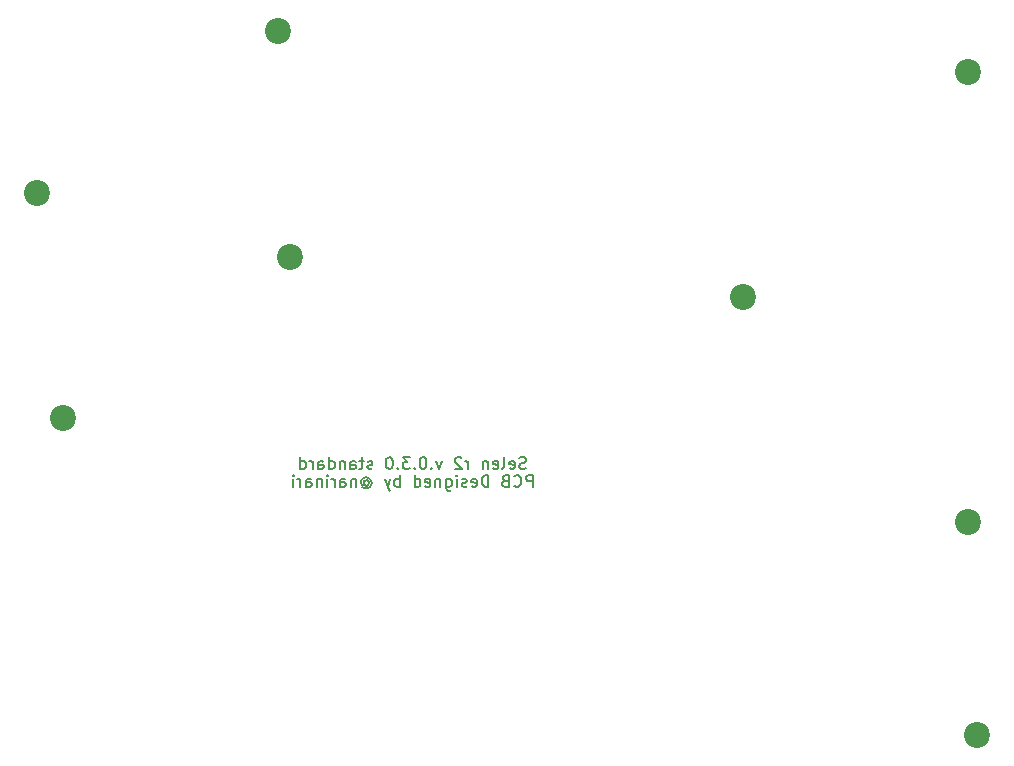
<source format=gbs>
%TF.GenerationSoftware,KiCad,Pcbnew,(6.0.8)*%
%TF.CreationDate,2022-10-28T13:11:56+09:00*%
%TF.ProjectId,selen_plate,73656c65-6e5f-4706-9c61-74652e6b6963,rev?*%
%TF.SameCoordinates,Original*%
%TF.FileFunction,Soldermask,Bot*%
%TF.FilePolarity,Negative*%
%FSLAX46Y46*%
G04 Gerber Fmt 4.6, Leading zero omitted, Abs format (unit mm)*
G04 Created by KiCad (PCBNEW (6.0.8)) date 2022-10-28 13:11:56*
%MOMM*%
%LPD*%
G01*
G04 APERTURE LIST*
%ADD10C,0.150000*%
%ADD11C,2.200000*%
G04 APERTURE END LIST*
D10*
X152357261Y-114252380D02*
X152357261Y-113252380D01*
X151976309Y-113252380D01*
X151881071Y-113300000D01*
X151833452Y-113347619D01*
X151785833Y-113442857D01*
X151785833Y-113585714D01*
X151833452Y-113680952D01*
X151881071Y-113728571D01*
X151976309Y-113776190D01*
X152357261Y-113776190D01*
X150785833Y-114157142D02*
X150833452Y-114204761D01*
X150976309Y-114252380D01*
X151071547Y-114252380D01*
X151214404Y-114204761D01*
X151309642Y-114109523D01*
X151357261Y-114014285D01*
X151404880Y-113823809D01*
X151404880Y-113680952D01*
X151357261Y-113490476D01*
X151309642Y-113395238D01*
X151214404Y-113300000D01*
X151071547Y-113252380D01*
X150976309Y-113252380D01*
X150833452Y-113300000D01*
X150785833Y-113347619D01*
X150023928Y-113728571D02*
X149881071Y-113776190D01*
X149833452Y-113823809D01*
X149785833Y-113919047D01*
X149785833Y-114061904D01*
X149833452Y-114157142D01*
X149881071Y-114204761D01*
X149976309Y-114252380D01*
X150357261Y-114252380D01*
X150357261Y-113252380D01*
X150023928Y-113252380D01*
X149928690Y-113300000D01*
X149881071Y-113347619D01*
X149833452Y-113442857D01*
X149833452Y-113538095D01*
X149881071Y-113633333D01*
X149928690Y-113680952D01*
X150023928Y-113728571D01*
X150357261Y-113728571D01*
X148595357Y-114252380D02*
X148595357Y-113252380D01*
X148357261Y-113252380D01*
X148214404Y-113300000D01*
X148119166Y-113395238D01*
X148071547Y-113490476D01*
X148023928Y-113680952D01*
X148023928Y-113823809D01*
X148071547Y-114014285D01*
X148119166Y-114109523D01*
X148214404Y-114204761D01*
X148357261Y-114252380D01*
X148595357Y-114252380D01*
X147214404Y-114204761D02*
X147309642Y-114252380D01*
X147500118Y-114252380D01*
X147595357Y-114204761D01*
X147642976Y-114109523D01*
X147642976Y-113728571D01*
X147595357Y-113633333D01*
X147500118Y-113585714D01*
X147309642Y-113585714D01*
X147214404Y-113633333D01*
X147166785Y-113728571D01*
X147166785Y-113823809D01*
X147642976Y-113919047D01*
X146785833Y-114204761D02*
X146690595Y-114252380D01*
X146500118Y-114252380D01*
X146404880Y-114204761D01*
X146357261Y-114109523D01*
X146357261Y-114061904D01*
X146404880Y-113966666D01*
X146500118Y-113919047D01*
X146642976Y-113919047D01*
X146738214Y-113871428D01*
X146785833Y-113776190D01*
X146785833Y-113728571D01*
X146738214Y-113633333D01*
X146642976Y-113585714D01*
X146500118Y-113585714D01*
X146404880Y-113633333D01*
X145928690Y-114252380D02*
X145928690Y-113585714D01*
X145928690Y-113252380D02*
X145976309Y-113300000D01*
X145928690Y-113347619D01*
X145881071Y-113300000D01*
X145928690Y-113252380D01*
X145928690Y-113347619D01*
X145023928Y-113585714D02*
X145023928Y-114395238D01*
X145071547Y-114490476D01*
X145119166Y-114538095D01*
X145214404Y-114585714D01*
X145357261Y-114585714D01*
X145452499Y-114538095D01*
X145023928Y-114204761D02*
X145119166Y-114252380D01*
X145309642Y-114252380D01*
X145404880Y-114204761D01*
X145452499Y-114157142D01*
X145500118Y-114061904D01*
X145500118Y-113776190D01*
X145452499Y-113680952D01*
X145404880Y-113633333D01*
X145309642Y-113585714D01*
X145119166Y-113585714D01*
X145023928Y-113633333D01*
X144547737Y-113585714D02*
X144547737Y-114252380D01*
X144547737Y-113680952D02*
X144500118Y-113633333D01*
X144404880Y-113585714D01*
X144262023Y-113585714D01*
X144166785Y-113633333D01*
X144119166Y-113728571D01*
X144119166Y-114252380D01*
X143262023Y-114204761D02*
X143357261Y-114252380D01*
X143547737Y-114252380D01*
X143642976Y-114204761D01*
X143690595Y-114109523D01*
X143690595Y-113728571D01*
X143642976Y-113633333D01*
X143547737Y-113585714D01*
X143357261Y-113585714D01*
X143262023Y-113633333D01*
X143214404Y-113728571D01*
X143214404Y-113823809D01*
X143690595Y-113919047D01*
X142357261Y-114252380D02*
X142357261Y-113252380D01*
X142357261Y-114204761D02*
X142452499Y-114252380D01*
X142642976Y-114252380D01*
X142738214Y-114204761D01*
X142785833Y-114157142D01*
X142833452Y-114061904D01*
X142833452Y-113776190D01*
X142785833Y-113680952D01*
X142738214Y-113633333D01*
X142642976Y-113585714D01*
X142452499Y-113585714D01*
X142357261Y-113633333D01*
X141119166Y-114252380D02*
X141119166Y-113252380D01*
X141119166Y-113633333D02*
X141023928Y-113585714D01*
X140833452Y-113585714D01*
X140738214Y-113633333D01*
X140690595Y-113680952D01*
X140642976Y-113776190D01*
X140642976Y-114061904D01*
X140690595Y-114157142D01*
X140738214Y-114204761D01*
X140833452Y-114252380D01*
X141023928Y-114252380D01*
X141119166Y-114204761D01*
X140309642Y-113585714D02*
X140071547Y-114252380D01*
X139833452Y-113585714D02*
X140071547Y-114252380D01*
X140166785Y-114490476D01*
X140214404Y-114538095D01*
X140309642Y-114585714D01*
X138071547Y-113776190D02*
X138119166Y-113728571D01*
X138214404Y-113680952D01*
X138309642Y-113680952D01*
X138404880Y-113728571D01*
X138452499Y-113776190D01*
X138500118Y-113871428D01*
X138500118Y-113966666D01*
X138452499Y-114061904D01*
X138404880Y-114109523D01*
X138309642Y-114157142D01*
X138214404Y-114157142D01*
X138119166Y-114109523D01*
X138071547Y-114061904D01*
X138071547Y-113680952D02*
X138071547Y-114061904D01*
X138023928Y-114109523D01*
X137976309Y-114109523D01*
X137881071Y-114061904D01*
X137833452Y-113966666D01*
X137833452Y-113728571D01*
X137928690Y-113585714D01*
X138071547Y-113490476D01*
X138262023Y-113442857D01*
X138452499Y-113490476D01*
X138595357Y-113585714D01*
X138690595Y-113728571D01*
X138738214Y-113919047D01*
X138690595Y-114109523D01*
X138595357Y-114252380D01*
X138452499Y-114347619D01*
X138262023Y-114395238D01*
X138071547Y-114347619D01*
X137928690Y-114252380D01*
X137404880Y-113585714D02*
X137404880Y-114252380D01*
X137404880Y-113680952D02*
X137357261Y-113633333D01*
X137262023Y-113585714D01*
X137119166Y-113585714D01*
X137023928Y-113633333D01*
X136976309Y-113728571D01*
X136976309Y-114252380D01*
X136071547Y-114252380D02*
X136071547Y-113728571D01*
X136119166Y-113633333D01*
X136214404Y-113585714D01*
X136404880Y-113585714D01*
X136500118Y-113633333D01*
X136071547Y-114204761D02*
X136166785Y-114252380D01*
X136404880Y-114252380D01*
X136500118Y-114204761D01*
X136547737Y-114109523D01*
X136547737Y-114014285D01*
X136500118Y-113919047D01*
X136404880Y-113871428D01*
X136166785Y-113871428D01*
X136071547Y-113823809D01*
X135595357Y-114252380D02*
X135595357Y-113585714D01*
X135595357Y-113776190D02*
X135547737Y-113680952D01*
X135500118Y-113633333D01*
X135404880Y-113585714D01*
X135309642Y-113585714D01*
X134976309Y-114252380D02*
X134976309Y-113585714D01*
X134976309Y-113252380D02*
X135023928Y-113300000D01*
X134976309Y-113347619D01*
X134928690Y-113300000D01*
X134976309Y-113252380D01*
X134976309Y-113347619D01*
X134500118Y-113585714D02*
X134500118Y-114252380D01*
X134500118Y-113680952D02*
X134452499Y-113633333D01*
X134357261Y-113585714D01*
X134214404Y-113585714D01*
X134119166Y-113633333D01*
X134071547Y-113728571D01*
X134071547Y-114252380D01*
X133166785Y-114252380D02*
X133166785Y-113728571D01*
X133214404Y-113633333D01*
X133309642Y-113585714D01*
X133500118Y-113585714D01*
X133595357Y-113633333D01*
X133166785Y-114204761D02*
X133262023Y-114252380D01*
X133500118Y-114252380D01*
X133595357Y-114204761D01*
X133642976Y-114109523D01*
X133642976Y-114014285D01*
X133595357Y-113919047D01*
X133500118Y-113871428D01*
X133262023Y-113871428D01*
X133166785Y-113823809D01*
X132690595Y-114252380D02*
X132690595Y-113585714D01*
X132690595Y-113776190D02*
X132642976Y-113680952D01*
X132595357Y-113633333D01*
X132500118Y-113585714D01*
X132404880Y-113585714D01*
X132071547Y-114252380D02*
X132071547Y-113585714D01*
X132071547Y-113252380D02*
X132119166Y-113300000D01*
X132071547Y-113347619D01*
X132023928Y-113300000D01*
X132071547Y-113252380D01*
X132071547Y-113347619D01*
X151785833Y-112704761D02*
X151642976Y-112752380D01*
X151404881Y-112752380D01*
X151309643Y-112704761D01*
X151262024Y-112657142D01*
X151214405Y-112561904D01*
X151214405Y-112466666D01*
X151262024Y-112371428D01*
X151309643Y-112323809D01*
X151404881Y-112276190D01*
X151595357Y-112228571D01*
X151690595Y-112180952D01*
X151738214Y-112133333D01*
X151785833Y-112038095D01*
X151785833Y-111942857D01*
X151738214Y-111847619D01*
X151690595Y-111800000D01*
X151595357Y-111752380D01*
X151357262Y-111752380D01*
X151214405Y-111800000D01*
X150404881Y-112704761D02*
X150500119Y-112752380D01*
X150690595Y-112752380D01*
X150785833Y-112704761D01*
X150833452Y-112609523D01*
X150833452Y-112228571D01*
X150785833Y-112133333D01*
X150690595Y-112085714D01*
X150500119Y-112085714D01*
X150404881Y-112133333D01*
X150357262Y-112228571D01*
X150357262Y-112323809D01*
X150833452Y-112419047D01*
X149785833Y-112752380D02*
X149881071Y-112704761D01*
X149928690Y-112609523D01*
X149928690Y-111752380D01*
X149023929Y-112704761D02*
X149119167Y-112752380D01*
X149309643Y-112752380D01*
X149404881Y-112704761D01*
X149452500Y-112609523D01*
X149452500Y-112228571D01*
X149404881Y-112133333D01*
X149309643Y-112085714D01*
X149119167Y-112085714D01*
X149023929Y-112133333D01*
X148976310Y-112228571D01*
X148976310Y-112323809D01*
X149452500Y-112419047D01*
X148547738Y-112085714D02*
X148547738Y-112752380D01*
X148547738Y-112180952D02*
X148500119Y-112133333D01*
X148404881Y-112085714D01*
X148262024Y-112085714D01*
X148166786Y-112133333D01*
X148119167Y-112228571D01*
X148119167Y-112752380D01*
X146881071Y-112752380D02*
X146881071Y-112085714D01*
X146881071Y-112276190D02*
X146833452Y-112180952D01*
X146785833Y-112133333D01*
X146690595Y-112085714D01*
X146595357Y-112085714D01*
X146309643Y-111847619D02*
X146262024Y-111800000D01*
X146166786Y-111752380D01*
X145928690Y-111752380D01*
X145833452Y-111800000D01*
X145785833Y-111847619D01*
X145738214Y-111942857D01*
X145738214Y-112038095D01*
X145785833Y-112180952D01*
X146357262Y-112752380D01*
X145738214Y-112752380D01*
X144642976Y-112085714D02*
X144404881Y-112752380D01*
X144166786Y-112085714D01*
X143785833Y-112657142D02*
X143738214Y-112704761D01*
X143785833Y-112752380D01*
X143833452Y-112704761D01*
X143785833Y-112657142D01*
X143785833Y-112752380D01*
X143119167Y-111752380D02*
X143023929Y-111752380D01*
X142928690Y-111800000D01*
X142881071Y-111847619D01*
X142833452Y-111942857D01*
X142785833Y-112133333D01*
X142785833Y-112371428D01*
X142833452Y-112561904D01*
X142881071Y-112657142D01*
X142928690Y-112704761D01*
X143023929Y-112752380D01*
X143119167Y-112752380D01*
X143214405Y-112704761D01*
X143262024Y-112657142D01*
X143309643Y-112561904D01*
X143357262Y-112371428D01*
X143357262Y-112133333D01*
X143309643Y-111942857D01*
X143262024Y-111847619D01*
X143214405Y-111800000D01*
X143119167Y-111752380D01*
X142357262Y-112657142D02*
X142309643Y-112704761D01*
X142357262Y-112752380D01*
X142404881Y-112704761D01*
X142357262Y-112657142D01*
X142357262Y-112752380D01*
X141976310Y-111752380D02*
X141357262Y-111752380D01*
X141690595Y-112133333D01*
X141547738Y-112133333D01*
X141452500Y-112180952D01*
X141404881Y-112228571D01*
X141357262Y-112323809D01*
X141357262Y-112561904D01*
X141404881Y-112657142D01*
X141452500Y-112704761D01*
X141547738Y-112752380D01*
X141833452Y-112752380D01*
X141928690Y-112704761D01*
X141976310Y-112657142D01*
X140928690Y-112657142D02*
X140881071Y-112704761D01*
X140928690Y-112752380D01*
X140976310Y-112704761D01*
X140928690Y-112657142D01*
X140928690Y-112752380D01*
X140262024Y-111752380D02*
X140166786Y-111752380D01*
X140071548Y-111800000D01*
X140023929Y-111847619D01*
X139976310Y-111942857D01*
X139928690Y-112133333D01*
X139928690Y-112371428D01*
X139976310Y-112561904D01*
X140023929Y-112657142D01*
X140071548Y-112704761D01*
X140166786Y-112752380D01*
X140262024Y-112752380D01*
X140357262Y-112704761D01*
X140404881Y-112657142D01*
X140452500Y-112561904D01*
X140500119Y-112371428D01*
X140500119Y-112133333D01*
X140452500Y-111942857D01*
X140404881Y-111847619D01*
X140357262Y-111800000D01*
X140262024Y-111752380D01*
X138785833Y-112704761D02*
X138690595Y-112752380D01*
X138500119Y-112752380D01*
X138404881Y-112704761D01*
X138357262Y-112609523D01*
X138357262Y-112561904D01*
X138404881Y-112466666D01*
X138500119Y-112419047D01*
X138642976Y-112419047D01*
X138738214Y-112371428D01*
X138785833Y-112276190D01*
X138785833Y-112228571D01*
X138738214Y-112133333D01*
X138642976Y-112085714D01*
X138500119Y-112085714D01*
X138404881Y-112133333D01*
X138071548Y-112085714D02*
X137690595Y-112085714D01*
X137928690Y-111752380D02*
X137928690Y-112609523D01*
X137881071Y-112704761D01*
X137785833Y-112752380D01*
X137690595Y-112752380D01*
X136928690Y-112752380D02*
X136928690Y-112228571D01*
X136976310Y-112133333D01*
X137071548Y-112085714D01*
X137262024Y-112085714D01*
X137357262Y-112133333D01*
X136928690Y-112704761D02*
X137023929Y-112752380D01*
X137262024Y-112752380D01*
X137357262Y-112704761D01*
X137404881Y-112609523D01*
X137404881Y-112514285D01*
X137357262Y-112419047D01*
X137262024Y-112371428D01*
X137023929Y-112371428D01*
X136928690Y-112323809D01*
X136452500Y-112085714D02*
X136452500Y-112752380D01*
X136452500Y-112180952D02*
X136404881Y-112133333D01*
X136309643Y-112085714D01*
X136166786Y-112085714D01*
X136071548Y-112133333D01*
X136023929Y-112228571D01*
X136023929Y-112752380D01*
X135119167Y-112752380D02*
X135119167Y-111752380D01*
X135119167Y-112704761D02*
X135214405Y-112752380D01*
X135404881Y-112752380D01*
X135500119Y-112704761D01*
X135547738Y-112657142D01*
X135595357Y-112561904D01*
X135595357Y-112276190D01*
X135547738Y-112180952D01*
X135500119Y-112133333D01*
X135404881Y-112085714D01*
X135214405Y-112085714D01*
X135119167Y-112133333D01*
X134214405Y-112752380D02*
X134214405Y-112228571D01*
X134262024Y-112133333D01*
X134357262Y-112085714D01*
X134547738Y-112085714D01*
X134642976Y-112133333D01*
X134214405Y-112704761D02*
X134309643Y-112752380D01*
X134547738Y-112752380D01*
X134642976Y-112704761D01*
X134690595Y-112609523D01*
X134690595Y-112514285D01*
X134642976Y-112419047D01*
X134547738Y-112371428D01*
X134309643Y-112371428D01*
X134214405Y-112323809D01*
X133738214Y-112752380D02*
X133738214Y-112085714D01*
X133738214Y-112276190D02*
X133690595Y-112180952D01*
X133642976Y-112133333D01*
X133547738Y-112085714D01*
X133452500Y-112085714D01*
X132690595Y-112752380D02*
X132690595Y-111752380D01*
X132690595Y-112704761D02*
X132785833Y-112752380D01*
X132976310Y-112752380D01*
X133071548Y-112704761D01*
X133119167Y-112657142D01*
X133166786Y-112561904D01*
X133166786Y-112276190D01*
X133119167Y-112180952D01*
X133071548Y-112133333D01*
X132976310Y-112085714D01*
X132785833Y-112085714D01*
X132690595Y-112133333D01*
D11*
%TO.C,REF\u002A\u002A*%
X189200000Y-117250000D03*
%TD*%
%TO.C,REF\u002A\u002A*%
X189200000Y-79150000D03*
%TD*%
%TO.C,REF\u002A\u002A*%
X112600000Y-108400000D03*
%TD*%
%TO.C,REF\u002A\u002A*%
X130810000Y-75692000D03*
%TD*%
%TO.C,REF\u002A\u002A*%
X110400000Y-89400000D03*
%TD*%
%TO.C,REF\u002A\u002A*%
X170150000Y-98200000D03*
%TD*%
%TO.C,REF\u002A\u002A*%
X189992000Y-135250000D03*
%TD*%
%TO.C,REF\u002A\u002A*%
X131800000Y-94800000D03*
%TD*%
M02*

</source>
